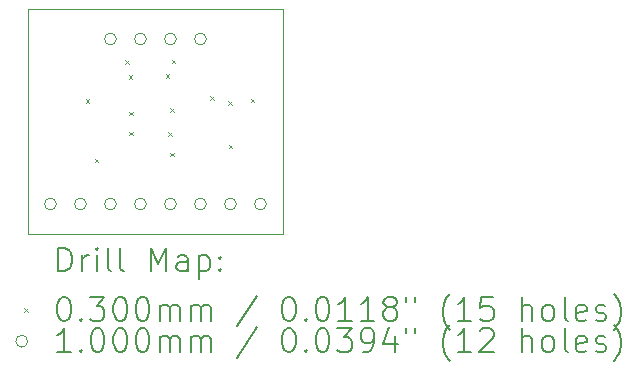
<source format=gbr>
%TF.GenerationSoftware,KiCad,Pcbnew,8.0.5*%
%TF.CreationDate,2024-12-14T16:31:42-08:00*%
%TF.ProjectId,ADS8684 Breakout Board,41445338-3638-4342-9042-7265616b6f75,rev?*%
%TF.SameCoordinates,Original*%
%TF.FileFunction,Drillmap*%
%TF.FilePolarity,Positive*%
%FSLAX45Y45*%
G04 Gerber Fmt 4.5, Leading zero omitted, Abs format (unit mm)*
G04 Created by KiCad (PCBNEW 8.0.5) date 2024-12-14 16:31:42*
%MOMM*%
%LPD*%
G01*
G04 APERTURE LIST*
%ADD10C,0.050000*%
%ADD11C,0.200000*%
%ADD12C,0.100000*%
G04 APERTURE END LIST*
D10*
X2540000Y-2540000D02*
X4699000Y-2540000D01*
X4699000Y-4445000D01*
X2540000Y-4445000D01*
X2540000Y-2540000D01*
D11*
D12*
X3031000Y-3303250D02*
X3061000Y-3333250D01*
X3061000Y-3303250D02*
X3031000Y-3333250D01*
X3105000Y-3806000D02*
X3135000Y-3836000D01*
X3135000Y-3806000D02*
X3105000Y-3836000D01*
X3365000Y-2973250D02*
X3395000Y-3003250D01*
X3395000Y-2973250D02*
X3365000Y-3003250D01*
X3392081Y-3100211D02*
X3422081Y-3130211D01*
X3422081Y-3100211D02*
X3392081Y-3130211D01*
X3397000Y-3407000D02*
X3427000Y-3437000D01*
X3427000Y-3407000D02*
X3397000Y-3437000D01*
X3400000Y-3580000D02*
X3430000Y-3610000D01*
X3430000Y-3580000D02*
X3400000Y-3610000D01*
X3708000Y-3092250D02*
X3738000Y-3122250D01*
X3738000Y-3092250D02*
X3708000Y-3122250D01*
X3726800Y-3581663D02*
X3756800Y-3611663D01*
X3756800Y-3581663D02*
X3726800Y-3611663D01*
X3743000Y-3756000D02*
X3773000Y-3786000D01*
X3773000Y-3756000D02*
X3743000Y-3786000D01*
X3746603Y-3381250D02*
X3776603Y-3411250D01*
X3776603Y-3381250D02*
X3746603Y-3411250D01*
X3759000Y-2969250D02*
X3789000Y-2999250D01*
X3789000Y-2969250D02*
X3759000Y-2999250D01*
X4083000Y-3276250D02*
X4113000Y-3306250D01*
X4113000Y-3276250D02*
X4083000Y-3306250D01*
X4238000Y-3320250D02*
X4268000Y-3350250D01*
X4268000Y-3320250D02*
X4238000Y-3350250D01*
X4239000Y-3688250D02*
X4269000Y-3718250D01*
X4269000Y-3688250D02*
X4239000Y-3718250D01*
X4425000Y-3299250D02*
X4455000Y-3329250D01*
X4455000Y-3299250D02*
X4425000Y-3329250D01*
X2780500Y-4191000D02*
G75*
G02*
X2680500Y-4191000I-50000J0D01*
G01*
X2680500Y-4191000D02*
G75*
G02*
X2780500Y-4191000I50000J0D01*
G01*
X3034500Y-4191000D02*
G75*
G02*
X2934500Y-4191000I-50000J0D01*
G01*
X2934500Y-4191000D02*
G75*
G02*
X3034500Y-4191000I50000J0D01*
G01*
X3288500Y-2794000D02*
G75*
G02*
X3188500Y-2794000I-50000J0D01*
G01*
X3188500Y-2794000D02*
G75*
G02*
X3288500Y-2794000I50000J0D01*
G01*
X3288500Y-4191000D02*
G75*
G02*
X3188500Y-4191000I-50000J0D01*
G01*
X3188500Y-4191000D02*
G75*
G02*
X3288500Y-4191000I50000J0D01*
G01*
X3542500Y-2794000D02*
G75*
G02*
X3442500Y-2794000I-50000J0D01*
G01*
X3442500Y-2794000D02*
G75*
G02*
X3542500Y-2794000I50000J0D01*
G01*
X3542500Y-4191000D02*
G75*
G02*
X3442500Y-4191000I-50000J0D01*
G01*
X3442500Y-4191000D02*
G75*
G02*
X3542500Y-4191000I50000J0D01*
G01*
X3796500Y-2794000D02*
G75*
G02*
X3696500Y-2794000I-50000J0D01*
G01*
X3696500Y-2794000D02*
G75*
G02*
X3796500Y-2794000I50000J0D01*
G01*
X3796500Y-4191000D02*
G75*
G02*
X3696500Y-4191000I-50000J0D01*
G01*
X3696500Y-4191000D02*
G75*
G02*
X3796500Y-4191000I50000J0D01*
G01*
X4050500Y-2794000D02*
G75*
G02*
X3950500Y-2794000I-50000J0D01*
G01*
X3950500Y-2794000D02*
G75*
G02*
X4050500Y-2794000I50000J0D01*
G01*
X4050500Y-4191000D02*
G75*
G02*
X3950500Y-4191000I-50000J0D01*
G01*
X3950500Y-4191000D02*
G75*
G02*
X4050500Y-4191000I50000J0D01*
G01*
X4304500Y-4191000D02*
G75*
G02*
X4204500Y-4191000I-50000J0D01*
G01*
X4204500Y-4191000D02*
G75*
G02*
X4304500Y-4191000I50000J0D01*
G01*
X4558500Y-4191000D02*
G75*
G02*
X4458500Y-4191000I-50000J0D01*
G01*
X4458500Y-4191000D02*
G75*
G02*
X4558500Y-4191000I50000J0D01*
G01*
D11*
X2798277Y-4758984D02*
X2798277Y-4558984D01*
X2798277Y-4558984D02*
X2845896Y-4558984D01*
X2845896Y-4558984D02*
X2874467Y-4568508D01*
X2874467Y-4568508D02*
X2893515Y-4587555D01*
X2893515Y-4587555D02*
X2903039Y-4606603D01*
X2903039Y-4606603D02*
X2912562Y-4644698D01*
X2912562Y-4644698D02*
X2912562Y-4673270D01*
X2912562Y-4673270D02*
X2903039Y-4711365D01*
X2903039Y-4711365D02*
X2893515Y-4730412D01*
X2893515Y-4730412D02*
X2874467Y-4749460D01*
X2874467Y-4749460D02*
X2845896Y-4758984D01*
X2845896Y-4758984D02*
X2798277Y-4758984D01*
X2998277Y-4758984D02*
X2998277Y-4625650D01*
X2998277Y-4663746D02*
X3007801Y-4644698D01*
X3007801Y-4644698D02*
X3017324Y-4635174D01*
X3017324Y-4635174D02*
X3036372Y-4625650D01*
X3036372Y-4625650D02*
X3055420Y-4625650D01*
X3122086Y-4758984D02*
X3122086Y-4625650D01*
X3122086Y-4558984D02*
X3112562Y-4568508D01*
X3112562Y-4568508D02*
X3122086Y-4578031D01*
X3122086Y-4578031D02*
X3131610Y-4568508D01*
X3131610Y-4568508D02*
X3122086Y-4558984D01*
X3122086Y-4558984D02*
X3122086Y-4578031D01*
X3245896Y-4758984D02*
X3226848Y-4749460D01*
X3226848Y-4749460D02*
X3217324Y-4730412D01*
X3217324Y-4730412D02*
X3217324Y-4558984D01*
X3350658Y-4758984D02*
X3331610Y-4749460D01*
X3331610Y-4749460D02*
X3322086Y-4730412D01*
X3322086Y-4730412D02*
X3322086Y-4558984D01*
X3579229Y-4758984D02*
X3579229Y-4558984D01*
X3579229Y-4558984D02*
X3645896Y-4701841D01*
X3645896Y-4701841D02*
X3712562Y-4558984D01*
X3712562Y-4558984D02*
X3712562Y-4758984D01*
X3893515Y-4758984D02*
X3893515Y-4654222D01*
X3893515Y-4654222D02*
X3883991Y-4635174D01*
X3883991Y-4635174D02*
X3864943Y-4625650D01*
X3864943Y-4625650D02*
X3826848Y-4625650D01*
X3826848Y-4625650D02*
X3807801Y-4635174D01*
X3893515Y-4749460D02*
X3874467Y-4758984D01*
X3874467Y-4758984D02*
X3826848Y-4758984D01*
X3826848Y-4758984D02*
X3807801Y-4749460D01*
X3807801Y-4749460D02*
X3798277Y-4730412D01*
X3798277Y-4730412D02*
X3798277Y-4711365D01*
X3798277Y-4711365D02*
X3807801Y-4692317D01*
X3807801Y-4692317D02*
X3826848Y-4682793D01*
X3826848Y-4682793D02*
X3874467Y-4682793D01*
X3874467Y-4682793D02*
X3893515Y-4673270D01*
X3988753Y-4625650D02*
X3988753Y-4825650D01*
X3988753Y-4635174D02*
X4007801Y-4625650D01*
X4007801Y-4625650D02*
X4045896Y-4625650D01*
X4045896Y-4625650D02*
X4064943Y-4635174D01*
X4064943Y-4635174D02*
X4074467Y-4644698D01*
X4074467Y-4644698D02*
X4083991Y-4663746D01*
X4083991Y-4663746D02*
X4083991Y-4720889D01*
X4083991Y-4720889D02*
X4074467Y-4739936D01*
X4074467Y-4739936D02*
X4064943Y-4749460D01*
X4064943Y-4749460D02*
X4045896Y-4758984D01*
X4045896Y-4758984D02*
X4007801Y-4758984D01*
X4007801Y-4758984D02*
X3988753Y-4749460D01*
X4169705Y-4739936D02*
X4179229Y-4749460D01*
X4179229Y-4749460D02*
X4169705Y-4758984D01*
X4169705Y-4758984D02*
X4160182Y-4749460D01*
X4160182Y-4749460D02*
X4169705Y-4739936D01*
X4169705Y-4739936D02*
X4169705Y-4758984D01*
X4169705Y-4635174D02*
X4179229Y-4644698D01*
X4179229Y-4644698D02*
X4169705Y-4654222D01*
X4169705Y-4654222D02*
X4160182Y-4644698D01*
X4160182Y-4644698D02*
X4169705Y-4635174D01*
X4169705Y-4635174D02*
X4169705Y-4654222D01*
D12*
X2507500Y-5072500D02*
X2537500Y-5102500D01*
X2537500Y-5072500D02*
X2507500Y-5102500D01*
D11*
X2836372Y-4978984D02*
X2855420Y-4978984D01*
X2855420Y-4978984D02*
X2874467Y-4988508D01*
X2874467Y-4988508D02*
X2883991Y-4998031D01*
X2883991Y-4998031D02*
X2893515Y-5017079D01*
X2893515Y-5017079D02*
X2903039Y-5055174D01*
X2903039Y-5055174D02*
X2903039Y-5102793D01*
X2903039Y-5102793D02*
X2893515Y-5140889D01*
X2893515Y-5140889D02*
X2883991Y-5159936D01*
X2883991Y-5159936D02*
X2874467Y-5169460D01*
X2874467Y-5169460D02*
X2855420Y-5178984D01*
X2855420Y-5178984D02*
X2836372Y-5178984D01*
X2836372Y-5178984D02*
X2817324Y-5169460D01*
X2817324Y-5169460D02*
X2807801Y-5159936D01*
X2807801Y-5159936D02*
X2798277Y-5140889D01*
X2798277Y-5140889D02*
X2788753Y-5102793D01*
X2788753Y-5102793D02*
X2788753Y-5055174D01*
X2788753Y-5055174D02*
X2798277Y-5017079D01*
X2798277Y-5017079D02*
X2807801Y-4998031D01*
X2807801Y-4998031D02*
X2817324Y-4988508D01*
X2817324Y-4988508D02*
X2836372Y-4978984D01*
X2988753Y-5159936D02*
X2998277Y-5169460D01*
X2998277Y-5169460D02*
X2988753Y-5178984D01*
X2988753Y-5178984D02*
X2979229Y-5169460D01*
X2979229Y-5169460D02*
X2988753Y-5159936D01*
X2988753Y-5159936D02*
X2988753Y-5178984D01*
X3064943Y-4978984D02*
X3188753Y-4978984D01*
X3188753Y-4978984D02*
X3122086Y-5055174D01*
X3122086Y-5055174D02*
X3150658Y-5055174D01*
X3150658Y-5055174D02*
X3169705Y-5064698D01*
X3169705Y-5064698D02*
X3179229Y-5074222D01*
X3179229Y-5074222D02*
X3188753Y-5093270D01*
X3188753Y-5093270D02*
X3188753Y-5140889D01*
X3188753Y-5140889D02*
X3179229Y-5159936D01*
X3179229Y-5159936D02*
X3169705Y-5169460D01*
X3169705Y-5169460D02*
X3150658Y-5178984D01*
X3150658Y-5178984D02*
X3093515Y-5178984D01*
X3093515Y-5178984D02*
X3074467Y-5169460D01*
X3074467Y-5169460D02*
X3064943Y-5159936D01*
X3312562Y-4978984D02*
X3331610Y-4978984D01*
X3331610Y-4978984D02*
X3350658Y-4988508D01*
X3350658Y-4988508D02*
X3360182Y-4998031D01*
X3360182Y-4998031D02*
X3369705Y-5017079D01*
X3369705Y-5017079D02*
X3379229Y-5055174D01*
X3379229Y-5055174D02*
X3379229Y-5102793D01*
X3379229Y-5102793D02*
X3369705Y-5140889D01*
X3369705Y-5140889D02*
X3360182Y-5159936D01*
X3360182Y-5159936D02*
X3350658Y-5169460D01*
X3350658Y-5169460D02*
X3331610Y-5178984D01*
X3331610Y-5178984D02*
X3312562Y-5178984D01*
X3312562Y-5178984D02*
X3293515Y-5169460D01*
X3293515Y-5169460D02*
X3283991Y-5159936D01*
X3283991Y-5159936D02*
X3274467Y-5140889D01*
X3274467Y-5140889D02*
X3264943Y-5102793D01*
X3264943Y-5102793D02*
X3264943Y-5055174D01*
X3264943Y-5055174D02*
X3274467Y-5017079D01*
X3274467Y-5017079D02*
X3283991Y-4998031D01*
X3283991Y-4998031D02*
X3293515Y-4988508D01*
X3293515Y-4988508D02*
X3312562Y-4978984D01*
X3503039Y-4978984D02*
X3522086Y-4978984D01*
X3522086Y-4978984D02*
X3541134Y-4988508D01*
X3541134Y-4988508D02*
X3550658Y-4998031D01*
X3550658Y-4998031D02*
X3560182Y-5017079D01*
X3560182Y-5017079D02*
X3569705Y-5055174D01*
X3569705Y-5055174D02*
X3569705Y-5102793D01*
X3569705Y-5102793D02*
X3560182Y-5140889D01*
X3560182Y-5140889D02*
X3550658Y-5159936D01*
X3550658Y-5159936D02*
X3541134Y-5169460D01*
X3541134Y-5169460D02*
X3522086Y-5178984D01*
X3522086Y-5178984D02*
X3503039Y-5178984D01*
X3503039Y-5178984D02*
X3483991Y-5169460D01*
X3483991Y-5169460D02*
X3474467Y-5159936D01*
X3474467Y-5159936D02*
X3464943Y-5140889D01*
X3464943Y-5140889D02*
X3455420Y-5102793D01*
X3455420Y-5102793D02*
X3455420Y-5055174D01*
X3455420Y-5055174D02*
X3464943Y-5017079D01*
X3464943Y-5017079D02*
X3474467Y-4998031D01*
X3474467Y-4998031D02*
X3483991Y-4988508D01*
X3483991Y-4988508D02*
X3503039Y-4978984D01*
X3655420Y-5178984D02*
X3655420Y-5045650D01*
X3655420Y-5064698D02*
X3664943Y-5055174D01*
X3664943Y-5055174D02*
X3683991Y-5045650D01*
X3683991Y-5045650D02*
X3712563Y-5045650D01*
X3712563Y-5045650D02*
X3731610Y-5055174D01*
X3731610Y-5055174D02*
X3741134Y-5074222D01*
X3741134Y-5074222D02*
X3741134Y-5178984D01*
X3741134Y-5074222D02*
X3750658Y-5055174D01*
X3750658Y-5055174D02*
X3769705Y-5045650D01*
X3769705Y-5045650D02*
X3798277Y-5045650D01*
X3798277Y-5045650D02*
X3817324Y-5055174D01*
X3817324Y-5055174D02*
X3826848Y-5074222D01*
X3826848Y-5074222D02*
X3826848Y-5178984D01*
X3922086Y-5178984D02*
X3922086Y-5045650D01*
X3922086Y-5064698D02*
X3931610Y-5055174D01*
X3931610Y-5055174D02*
X3950658Y-5045650D01*
X3950658Y-5045650D02*
X3979229Y-5045650D01*
X3979229Y-5045650D02*
X3998277Y-5055174D01*
X3998277Y-5055174D02*
X4007801Y-5074222D01*
X4007801Y-5074222D02*
X4007801Y-5178984D01*
X4007801Y-5074222D02*
X4017324Y-5055174D01*
X4017324Y-5055174D02*
X4036372Y-5045650D01*
X4036372Y-5045650D02*
X4064943Y-5045650D01*
X4064943Y-5045650D02*
X4083991Y-5055174D01*
X4083991Y-5055174D02*
X4093515Y-5074222D01*
X4093515Y-5074222D02*
X4093515Y-5178984D01*
X4483991Y-4969460D02*
X4312563Y-5226603D01*
X4741134Y-4978984D02*
X4760182Y-4978984D01*
X4760182Y-4978984D02*
X4779229Y-4988508D01*
X4779229Y-4988508D02*
X4788753Y-4998031D01*
X4788753Y-4998031D02*
X4798277Y-5017079D01*
X4798277Y-5017079D02*
X4807801Y-5055174D01*
X4807801Y-5055174D02*
X4807801Y-5102793D01*
X4807801Y-5102793D02*
X4798277Y-5140889D01*
X4798277Y-5140889D02*
X4788753Y-5159936D01*
X4788753Y-5159936D02*
X4779229Y-5169460D01*
X4779229Y-5169460D02*
X4760182Y-5178984D01*
X4760182Y-5178984D02*
X4741134Y-5178984D01*
X4741134Y-5178984D02*
X4722087Y-5169460D01*
X4722087Y-5169460D02*
X4712563Y-5159936D01*
X4712563Y-5159936D02*
X4703039Y-5140889D01*
X4703039Y-5140889D02*
X4693515Y-5102793D01*
X4693515Y-5102793D02*
X4693515Y-5055174D01*
X4693515Y-5055174D02*
X4703039Y-5017079D01*
X4703039Y-5017079D02*
X4712563Y-4998031D01*
X4712563Y-4998031D02*
X4722087Y-4988508D01*
X4722087Y-4988508D02*
X4741134Y-4978984D01*
X4893515Y-5159936D02*
X4903039Y-5169460D01*
X4903039Y-5169460D02*
X4893515Y-5178984D01*
X4893515Y-5178984D02*
X4883991Y-5169460D01*
X4883991Y-5169460D02*
X4893515Y-5159936D01*
X4893515Y-5159936D02*
X4893515Y-5178984D01*
X5026848Y-4978984D02*
X5045896Y-4978984D01*
X5045896Y-4978984D02*
X5064944Y-4988508D01*
X5064944Y-4988508D02*
X5074468Y-4998031D01*
X5074468Y-4998031D02*
X5083991Y-5017079D01*
X5083991Y-5017079D02*
X5093515Y-5055174D01*
X5093515Y-5055174D02*
X5093515Y-5102793D01*
X5093515Y-5102793D02*
X5083991Y-5140889D01*
X5083991Y-5140889D02*
X5074468Y-5159936D01*
X5074468Y-5159936D02*
X5064944Y-5169460D01*
X5064944Y-5169460D02*
X5045896Y-5178984D01*
X5045896Y-5178984D02*
X5026848Y-5178984D01*
X5026848Y-5178984D02*
X5007801Y-5169460D01*
X5007801Y-5169460D02*
X4998277Y-5159936D01*
X4998277Y-5159936D02*
X4988753Y-5140889D01*
X4988753Y-5140889D02*
X4979229Y-5102793D01*
X4979229Y-5102793D02*
X4979229Y-5055174D01*
X4979229Y-5055174D02*
X4988753Y-5017079D01*
X4988753Y-5017079D02*
X4998277Y-4998031D01*
X4998277Y-4998031D02*
X5007801Y-4988508D01*
X5007801Y-4988508D02*
X5026848Y-4978984D01*
X5283991Y-5178984D02*
X5169706Y-5178984D01*
X5226848Y-5178984D02*
X5226848Y-4978984D01*
X5226848Y-4978984D02*
X5207801Y-5007555D01*
X5207801Y-5007555D02*
X5188753Y-5026603D01*
X5188753Y-5026603D02*
X5169706Y-5036127D01*
X5474468Y-5178984D02*
X5360182Y-5178984D01*
X5417325Y-5178984D02*
X5417325Y-4978984D01*
X5417325Y-4978984D02*
X5398277Y-5007555D01*
X5398277Y-5007555D02*
X5379229Y-5026603D01*
X5379229Y-5026603D02*
X5360182Y-5036127D01*
X5588753Y-5064698D02*
X5569706Y-5055174D01*
X5569706Y-5055174D02*
X5560182Y-5045650D01*
X5560182Y-5045650D02*
X5550658Y-5026603D01*
X5550658Y-5026603D02*
X5550658Y-5017079D01*
X5550658Y-5017079D02*
X5560182Y-4998031D01*
X5560182Y-4998031D02*
X5569706Y-4988508D01*
X5569706Y-4988508D02*
X5588753Y-4978984D01*
X5588753Y-4978984D02*
X5626848Y-4978984D01*
X5626848Y-4978984D02*
X5645896Y-4988508D01*
X5645896Y-4988508D02*
X5655420Y-4998031D01*
X5655420Y-4998031D02*
X5664944Y-5017079D01*
X5664944Y-5017079D02*
X5664944Y-5026603D01*
X5664944Y-5026603D02*
X5655420Y-5045650D01*
X5655420Y-5045650D02*
X5645896Y-5055174D01*
X5645896Y-5055174D02*
X5626848Y-5064698D01*
X5626848Y-5064698D02*
X5588753Y-5064698D01*
X5588753Y-5064698D02*
X5569706Y-5074222D01*
X5569706Y-5074222D02*
X5560182Y-5083746D01*
X5560182Y-5083746D02*
X5550658Y-5102793D01*
X5550658Y-5102793D02*
X5550658Y-5140889D01*
X5550658Y-5140889D02*
X5560182Y-5159936D01*
X5560182Y-5159936D02*
X5569706Y-5169460D01*
X5569706Y-5169460D02*
X5588753Y-5178984D01*
X5588753Y-5178984D02*
X5626848Y-5178984D01*
X5626848Y-5178984D02*
X5645896Y-5169460D01*
X5645896Y-5169460D02*
X5655420Y-5159936D01*
X5655420Y-5159936D02*
X5664944Y-5140889D01*
X5664944Y-5140889D02*
X5664944Y-5102793D01*
X5664944Y-5102793D02*
X5655420Y-5083746D01*
X5655420Y-5083746D02*
X5645896Y-5074222D01*
X5645896Y-5074222D02*
X5626848Y-5064698D01*
X5741134Y-4978984D02*
X5741134Y-5017079D01*
X5817325Y-4978984D02*
X5817325Y-5017079D01*
X6112563Y-5255174D02*
X6103039Y-5245650D01*
X6103039Y-5245650D02*
X6083991Y-5217079D01*
X6083991Y-5217079D02*
X6074468Y-5198031D01*
X6074468Y-5198031D02*
X6064944Y-5169460D01*
X6064944Y-5169460D02*
X6055420Y-5121841D01*
X6055420Y-5121841D02*
X6055420Y-5083746D01*
X6055420Y-5083746D02*
X6064944Y-5036127D01*
X6064944Y-5036127D02*
X6074468Y-5007555D01*
X6074468Y-5007555D02*
X6083991Y-4988508D01*
X6083991Y-4988508D02*
X6103039Y-4959936D01*
X6103039Y-4959936D02*
X6112563Y-4950412D01*
X6293515Y-5178984D02*
X6179229Y-5178984D01*
X6236372Y-5178984D02*
X6236372Y-4978984D01*
X6236372Y-4978984D02*
X6217325Y-5007555D01*
X6217325Y-5007555D02*
X6198277Y-5026603D01*
X6198277Y-5026603D02*
X6179229Y-5036127D01*
X6474468Y-4978984D02*
X6379229Y-4978984D01*
X6379229Y-4978984D02*
X6369706Y-5074222D01*
X6369706Y-5074222D02*
X6379229Y-5064698D01*
X6379229Y-5064698D02*
X6398277Y-5055174D01*
X6398277Y-5055174D02*
X6445896Y-5055174D01*
X6445896Y-5055174D02*
X6464944Y-5064698D01*
X6464944Y-5064698D02*
X6474468Y-5074222D01*
X6474468Y-5074222D02*
X6483991Y-5093270D01*
X6483991Y-5093270D02*
X6483991Y-5140889D01*
X6483991Y-5140889D02*
X6474468Y-5159936D01*
X6474468Y-5159936D02*
X6464944Y-5169460D01*
X6464944Y-5169460D02*
X6445896Y-5178984D01*
X6445896Y-5178984D02*
X6398277Y-5178984D01*
X6398277Y-5178984D02*
X6379229Y-5169460D01*
X6379229Y-5169460D02*
X6369706Y-5159936D01*
X6722087Y-5178984D02*
X6722087Y-4978984D01*
X6807801Y-5178984D02*
X6807801Y-5074222D01*
X6807801Y-5074222D02*
X6798277Y-5055174D01*
X6798277Y-5055174D02*
X6779230Y-5045650D01*
X6779230Y-5045650D02*
X6750658Y-5045650D01*
X6750658Y-5045650D02*
X6731610Y-5055174D01*
X6731610Y-5055174D02*
X6722087Y-5064698D01*
X6931610Y-5178984D02*
X6912563Y-5169460D01*
X6912563Y-5169460D02*
X6903039Y-5159936D01*
X6903039Y-5159936D02*
X6893515Y-5140889D01*
X6893515Y-5140889D02*
X6893515Y-5083746D01*
X6893515Y-5083746D02*
X6903039Y-5064698D01*
X6903039Y-5064698D02*
X6912563Y-5055174D01*
X6912563Y-5055174D02*
X6931610Y-5045650D01*
X6931610Y-5045650D02*
X6960182Y-5045650D01*
X6960182Y-5045650D02*
X6979230Y-5055174D01*
X6979230Y-5055174D02*
X6988753Y-5064698D01*
X6988753Y-5064698D02*
X6998277Y-5083746D01*
X6998277Y-5083746D02*
X6998277Y-5140889D01*
X6998277Y-5140889D02*
X6988753Y-5159936D01*
X6988753Y-5159936D02*
X6979230Y-5169460D01*
X6979230Y-5169460D02*
X6960182Y-5178984D01*
X6960182Y-5178984D02*
X6931610Y-5178984D01*
X7112563Y-5178984D02*
X7093515Y-5169460D01*
X7093515Y-5169460D02*
X7083991Y-5150412D01*
X7083991Y-5150412D02*
X7083991Y-4978984D01*
X7264944Y-5169460D02*
X7245896Y-5178984D01*
X7245896Y-5178984D02*
X7207801Y-5178984D01*
X7207801Y-5178984D02*
X7188753Y-5169460D01*
X7188753Y-5169460D02*
X7179230Y-5150412D01*
X7179230Y-5150412D02*
X7179230Y-5074222D01*
X7179230Y-5074222D02*
X7188753Y-5055174D01*
X7188753Y-5055174D02*
X7207801Y-5045650D01*
X7207801Y-5045650D02*
X7245896Y-5045650D01*
X7245896Y-5045650D02*
X7264944Y-5055174D01*
X7264944Y-5055174D02*
X7274468Y-5074222D01*
X7274468Y-5074222D02*
X7274468Y-5093270D01*
X7274468Y-5093270D02*
X7179230Y-5112317D01*
X7350658Y-5169460D02*
X7369706Y-5178984D01*
X7369706Y-5178984D02*
X7407801Y-5178984D01*
X7407801Y-5178984D02*
X7426849Y-5169460D01*
X7426849Y-5169460D02*
X7436372Y-5150412D01*
X7436372Y-5150412D02*
X7436372Y-5140889D01*
X7436372Y-5140889D02*
X7426849Y-5121841D01*
X7426849Y-5121841D02*
X7407801Y-5112317D01*
X7407801Y-5112317D02*
X7379230Y-5112317D01*
X7379230Y-5112317D02*
X7360182Y-5102793D01*
X7360182Y-5102793D02*
X7350658Y-5083746D01*
X7350658Y-5083746D02*
X7350658Y-5074222D01*
X7350658Y-5074222D02*
X7360182Y-5055174D01*
X7360182Y-5055174D02*
X7379230Y-5045650D01*
X7379230Y-5045650D02*
X7407801Y-5045650D01*
X7407801Y-5045650D02*
X7426849Y-5055174D01*
X7503039Y-5255174D02*
X7512563Y-5245650D01*
X7512563Y-5245650D02*
X7531611Y-5217079D01*
X7531611Y-5217079D02*
X7541134Y-5198031D01*
X7541134Y-5198031D02*
X7550658Y-5169460D01*
X7550658Y-5169460D02*
X7560182Y-5121841D01*
X7560182Y-5121841D02*
X7560182Y-5083746D01*
X7560182Y-5083746D02*
X7550658Y-5036127D01*
X7550658Y-5036127D02*
X7541134Y-5007555D01*
X7541134Y-5007555D02*
X7531611Y-4988508D01*
X7531611Y-4988508D02*
X7512563Y-4959936D01*
X7512563Y-4959936D02*
X7503039Y-4950412D01*
D12*
X2537500Y-5351500D02*
G75*
G02*
X2437500Y-5351500I-50000J0D01*
G01*
X2437500Y-5351500D02*
G75*
G02*
X2537500Y-5351500I50000J0D01*
G01*
D11*
X2903039Y-5442984D02*
X2788753Y-5442984D01*
X2845896Y-5442984D02*
X2845896Y-5242984D01*
X2845896Y-5242984D02*
X2826848Y-5271555D01*
X2826848Y-5271555D02*
X2807801Y-5290603D01*
X2807801Y-5290603D02*
X2788753Y-5300127D01*
X2988753Y-5423936D02*
X2998277Y-5433460D01*
X2998277Y-5433460D02*
X2988753Y-5442984D01*
X2988753Y-5442984D02*
X2979229Y-5433460D01*
X2979229Y-5433460D02*
X2988753Y-5423936D01*
X2988753Y-5423936D02*
X2988753Y-5442984D01*
X3122086Y-5242984D02*
X3141134Y-5242984D01*
X3141134Y-5242984D02*
X3160182Y-5252508D01*
X3160182Y-5252508D02*
X3169705Y-5262031D01*
X3169705Y-5262031D02*
X3179229Y-5281079D01*
X3179229Y-5281079D02*
X3188753Y-5319174D01*
X3188753Y-5319174D02*
X3188753Y-5366793D01*
X3188753Y-5366793D02*
X3179229Y-5404889D01*
X3179229Y-5404889D02*
X3169705Y-5423936D01*
X3169705Y-5423936D02*
X3160182Y-5433460D01*
X3160182Y-5433460D02*
X3141134Y-5442984D01*
X3141134Y-5442984D02*
X3122086Y-5442984D01*
X3122086Y-5442984D02*
X3103039Y-5433460D01*
X3103039Y-5433460D02*
X3093515Y-5423936D01*
X3093515Y-5423936D02*
X3083991Y-5404889D01*
X3083991Y-5404889D02*
X3074467Y-5366793D01*
X3074467Y-5366793D02*
X3074467Y-5319174D01*
X3074467Y-5319174D02*
X3083991Y-5281079D01*
X3083991Y-5281079D02*
X3093515Y-5262031D01*
X3093515Y-5262031D02*
X3103039Y-5252508D01*
X3103039Y-5252508D02*
X3122086Y-5242984D01*
X3312562Y-5242984D02*
X3331610Y-5242984D01*
X3331610Y-5242984D02*
X3350658Y-5252508D01*
X3350658Y-5252508D02*
X3360182Y-5262031D01*
X3360182Y-5262031D02*
X3369705Y-5281079D01*
X3369705Y-5281079D02*
X3379229Y-5319174D01*
X3379229Y-5319174D02*
X3379229Y-5366793D01*
X3379229Y-5366793D02*
X3369705Y-5404889D01*
X3369705Y-5404889D02*
X3360182Y-5423936D01*
X3360182Y-5423936D02*
X3350658Y-5433460D01*
X3350658Y-5433460D02*
X3331610Y-5442984D01*
X3331610Y-5442984D02*
X3312562Y-5442984D01*
X3312562Y-5442984D02*
X3293515Y-5433460D01*
X3293515Y-5433460D02*
X3283991Y-5423936D01*
X3283991Y-5423936D02*
X3274467Y-5404889D01*
X3274467Y-5404889D02*
X3264943Y-5366793D01*
X3264943Y-5366793D02*
X3264943Y-5319174D01*
X3264943Y-5319174D02*
X3274467Y-5281079D01*
X3274467Y-5281079D02*
X3283991Y-5262031D01*
X3283991Y-5262031D02*
X3293515Y-5252508D01*
X3293515Y-5252508D02*
X3312562Y-5242984D01*
X3503039Y-5242984D02*
X3522086Y-5242984D01*
X3522086Y-5242984D02*
X3541134Y-5252508D01*
X3541134Y-5252508D02*
X3550658Y-5262031D01*
X3550658Y-5262031D02*
X3560182Y-5281079D01*
X3560182Y-5281079D02*
X3569705Y-5319174D01*
X3569705Y-5319174D02*
X3569705Y-5366793D01*
X3569705Y-5366793D02*
X3560182Y-5404889D01*
X3560182Y-5404889D02*
X3550658Y-5423936D01*
X3550658Y-5423936D02*
X3541134Y-5433460D01*
X3541134Y-5433460D02*
X3522086Y-5442984D01*
X3522086Y-5442984D02*
X3503039Y-5442984D01*
X3503039Y-5442984D02*
X3483991Y-5433460D01*
X3483991Y-5433460D02*
X3474467Y-5423936D01*
X3474467Y-5423936D02*
X3464943Y-5404889D01*
X3464943Y-5404889D02*
X3455420Y-5366793D01*
X3455420Y-5366793D02*
X3455420Y-5319174D01*
X3455420Y-5319174D02*
X3464943Y-5281079D01*
X3464943Y-5281079D02*
X3474467Y-5262031D01*
X3474467Y-5262031D02*
X3483991Y-5252508D01*
X3483991Y-5252508D02*
X3503039Y-5242984D01*
X3655420Y-5442984D02*
X3655420Y-5309650D01*
X3655420Y-5328698D02*
X3664943Y-5319174D01*
X3664943Y-5319174D02*
X3683991Y-5309650D01*
X3683991Y-5309650D02*
X3712563Y-5309650D01*
X3712563Y-5309650D02*
X3731610Y-5319174D01*
X3731610Y-5319174D02*
X3741134Y-5338222D01*
X3741134Y-5338222D02*
X3741134Y-5442984D01*
X3741134Y-5338222D02*
X3750658Y-5319174D01*
X3750658Y-5319174D02*
X3769705Y-5309650D01*
X3769705Y-5309650D02*
X3798277Y-5309650D01*
X3798277Y-5309650D02*
X3817324Y-5319174D01*
X3817324Y-5319174D02*
X3826848Y-5338222D01*
X3826848Y-5338222D02*
X3826848Y-5442984D01*
X3922086Y-5442984D02*
X3922086Y-5309650D01*
X3922086Y-5328698D02*
X3931610Y-5319174D01*
X3931610Y-5319174D02*
X3950658Y-5309650D01*
X3950658Y-5309650D02*
X3979229Y-5309650D01*
X3979229Y-5309650D02*
X3998277Y-5319174D01*
X3998277Y-5319174D02*
X4007801Y-5338222D01*
X4007801Y-5338222D02*
X4007801Y-5442984D01*
X4007801Y-5338222D02*
X4017324Y-5319174D01*
X4017324Y-5319174D02*
X4036372Y-5309650D01*
X4036372Y-5309650D02*
X4064943Y-5309650D01*
X4064943Y-5309650D02*
X4083991Y-5319174D01*
X4083991Y-5319174D02*
X4093515Y-5338222D01*
X4093515Y-5338222D02*
X4093515Y-5442984D01*
X4483991Y-5233460D02*
X4312563Y-5490603D01*
X4741134Y-5242984D02*
X4760182Y-5242984D01*
X4760182Y-5242984D02*
X4779229Y-5252508D01*
X4779229Y-5252508D02*
X4788753Y-5262031D01*
X4788753Y-5262031D02*
X4798277Y-5281079D01*
X4798277Y-5281079D02*
X4807801Y-5319174D01*
X4807801Y-5319174D02*
X4807801Y-5366793D01*
X4807801Y-5366793D02*
X4798277Y-5404889D01*
X4798277Y-5404889D02*
X4788753Y-5423936D01*
X4788753Y-5423936D02*
X4779229Y-5433460D01*
X4779229Y-5433460D02*
X4760182Y-5442984D01*
X4760182Y-5442984D02*
X4741134Y-5442984D01*
X4741134Y-5442984D02*
X4722087Y-5433460D01*
X4722087Y-5433460D02*
X4712563Y-5423936D01*
X4712563Y-5423936D02*
X4703039Y-5404889D01*
X4703039Y-5404889D02*
X4693515Y-5366793D01*
X4693515Y-5366793D02*
X4693515Y-5319174D01*
X4693515Y-5319174D02*
X4703039Y-5281079D01*
X4703039Y-5281079D02*
X4712563Y-5262031D01*
X4712563Y-5262031D02*
X4722087Y-5252508D01*
X4722087Y-5252508D02*
X4741134Y-5242984D01*
X4893515Y-5423936D02*
X4903039Y-5433460D01*
X4903039Y-5433460D02*
X4893515Y-5442984D01*
X4893515Y-5442984D02*
X4883991Y-5433460D01*
X4883991Y-5433460D02*
X4893515Y-5423936D01*
X4893515Y-5423936D02*
X4893515Y-5442984D01*
X5026848Y-5242984D02*
X5045896Y-5242984D01*
X5045896Y-5242984D02*
X5064944Y-5252508D01*
X5064944Y-5252508D02*
X5074468Y-5262031D01*
X5074468Y-5262031D02*
X5083991Y-5281079D01*
X5083991Y-5281079D02*
X5093515Y-5319174D01*
X5093515Y-5319174D02*
X5093515Y-5366793D01*
X5093515Y-5366793D02*
X5083991Y-5404889D01*
X5083991Y-5404889D02*
X5074468Y-5423936D01*
X5074468Y-5423936D02*
X5064944Y-5433460D01*
X5064944Y-5433460D02*
X5045896Y-5442984D01*
X5045896Y-5442984D02*
X5026848Y-5442984D01*
X5026848Y-5442984D02*
X5007801Y-5433460D01*
X5007801Y-5433460D02*
X4998277Y-5423936D01*
X4998277Y-5423936D02*
X4988753Y-5404889D01*
X4988753Y-5404889D02*
X4979229Y-5366793D01*
X4979229Y-5366793D02*
X4979229Y-5319174D01*
X4979229Y-5319174D02*
X4988753Y-5281079D01*
X4988753Y-5281079D02*
X4998277Y-5262031D01*
X4998277Y-5262031D02*
X5007801Y-5252508D01*
X5007801Y-5252508D02*
X5026848Y-5242984D01*
X5160182Y-5242984D02*
X5283991Y-5242984D01*
X5283991Y-5242984D02*
X5217325Y-5319174D01*
X5217325Y-5319174D02*
X5245896Y-5319174D01*
X5245896Y-5319174D02*
X5264944Y-5328698D01*
X5264944Y-5328698D02*
X5274468Y-5338222D01*
X5274468Y-5338222D02*
X5283991Y-5357270D01*
X5283991Y-5357270D02*
X5283991Y-5404889D01*
X5283991Y-5404889D02*
X5274468Y-5423936D01*
X5274468Y-5423936D02*
X5264944Y-5433460D01*
X5264944Y-5433460D02*
X5245896Y-5442984D01*
X5245896Y-5442984D02*
X5188753Y-5442984D01*
X5188753Y-5442984D02*
X5169706Y-5433460D01*
X5169706Y-5433460D02*
X5160182Y-5423936D01*
X5379229Y-5442984D02*
X5417325Y-5442984D01*
X5417325Y-5442984D02*
X5436372Y-5433460D01*
X5436372Y-5433460D02*
X5445896Y-5423936D01*
X5445896Y-5423936D02*
X5464944Y-5395365D01*
X5464944Y-5395365D02*
X5474468Y-5357270D01*
X5474468Y-5357270D02*
X5474468Y-5281079D01*
X5474468Y-5281079D02*
X5464944Y-5262031D01*
X5464944Y-5262031D02*
X5455420Y-5252508D01*
X5455420Y-5252508D02*
X5436372Y-5242984D01*
X5436372Y-5242984D02*
X5398277Y-5242984D01*
X5398277Y-5242984D02*
X5379229Y-5252508D01*
X5379229Y-5252508D02*
X5369706Y-5262031D01*
X5369706Y-5262031D02*
X5360182Y-5281079D01*
X5360182Y-5281079D02*
X5360182Y-5328698D01*
X5360182Y-5328698D02*
X5369706Y-5347746D01*
X5369706Y-5347746D02*
X5379229Y-5357270D01*
X5379229Y-5357270D02*
X5398277Y-5366793D01*
X5398277Y-5366793D02*
X5436372Y-5366793D01*
X5436372Y-5366793D02*
X5455420Y-5357270D01*
X5455420Y-5357270D02*
X5464944Y-5347746D01*
X5464944Y-5347746D02*
X5474468Y-5328698D01*
X5645896Y-5309650D02*
X5645896Y-5442984D01*
X5598277Y-5233460D02*
X5550658Y-5376317D01*
X5550658Y-5376317D02*
X5674467Y-5376317D01*
X5741134Y-5242984D02*
X5741134Y-5281079D01*
X5817325Y-5242984D02*
X5817325Y-5281079D01*
X6112563Y-5519174D02*
X6103039Y-5509650D01*
X6103039Y-5509650D02*
X6083991Y-5481079D01*
X6083991Y-5481079D02*
X6074468Y-5462031D01*
X6074468Y-5462031D02*
X6064944Y-5433460D01*
X6064944Y-5433460D02*
X6055420Y-5385841D01*
X6055420Y-5385841D02*
X6055420Y-5347746D01*
X6055420Y-5347746D02*
X6064944Y-5300127D01*
X6064944Y-5300127D02*
X6074468Y-5271555D01*
X6074468Y-5271555D02*
X6083991Y-5252508D01*
X6083991Y-5252508D02*
X6103039Y-5223936D01*
X6103039Y-5223936D02*
X6112563Y-5214412D01*
X6293515Y-5442984D02*
X6179229Y-5442984D01*
X6236372Y-5442984D02*
X6236372Y-5242984D01*
X6236372Y-5242984D02*
X6217325Y-5271555D01*
X6217325Y-5271555D02*
X6198277Y-5290603D01*
X6198277Y-5290603D02*
X6179229Y-5300127D01*
X6369706Y-5262031D02*
X6379229Y-5252508D01*
X6379229Y-5252508D02*
X6398277Y-5242984D01*
X6398277Y-5242984D02*
X6445896Y-5242984D01*
X6445896Y-5242984D02*
X6464944Y-5252508D01*
X6464944Y-5252508D02*
X6474468Y-5262031D01*
X6474468Y-5262031D02*
X6483991Y-5281079D01*
X6483991Y-5281079D02*
X6483991Y-5300127D01*
X6483991Y-5300127D02*
X6474468Y-5328698D01*
X6474468Y-5328698D02*
X6360182Y-5442984D01*
X6360182Y-5442984D02*
X6483991Y-5442984D01*
X6722087Y-5442984D02*
X6722087Y-5242984D01*
X6807801Y-5442984D02*
X6807801Y-5338222D01*
X6807801Y-5338222D02*
X6798277Y-5319174D01*
X6798277Y-5319174D02*
X6779230Y-5309650D01*
X6779230Y-5309650D02*
X6750658Y-5309650D01*
X6750658Y-5309650D02*
X6731610Y-5319174D01*
X6731610Y-5319174D02*
X6722087Y-5328698D01*
X6931610Y-5442984D02*
X6912563Y-5433460D01*
X6912563Y-5433460D02*
X6903039Y-5423936D01*
X6903039Y-5423936D02*
X6893515Y-5404889D01*
X6893515Y-5404889D02*
X6893515Y-5347746D01*
X6893515Y-5347746D02*
X6903039Y-5328698D01*
X6903039Y-5328698D02*
X6912563Y-5319174D01*
X6912563Y-5319174D02*
X6931610Y-5309650D01*
X6931610Y-5309650D02*
X6960182Y-5309650D01*
X6960182Y-5309650D02*
X6979230Y-5319174D01*
X6979230Y-5319174D02*
X6988753Y-5328698D01*
X6988753Y-5328698D02*
X6998277Y-5347746D01*
X6998277Y-5347746D02*
X6998277Y-5404889D01*
X6998277Y-5404889D02*
X6988753Y-5423936D01*
X6988753Y-5423936D02*
X6979230Y-5433460D01*
X6979230Y-5433460D02*
X6960182Y-5442984D01*
X6960182Y-5442984D02*
X6931610Y-5442984D01*
X7112563Y-5442984D02*
X7093515Y-5433460D01*
X7093515Y-5433460D02*
X7083991Y-5414412D01*
X7083991Y-5414412D02*
X7083991Y-5242984D01*
X7264944Y-5433460D02*
X7245896Y-5442984D01*
X7245896Y-5442984D02*
X7207801Y-5442984D01*
X7207801Y-5442984D02*
X7188753Y-5433460D01*
X7188753Y-5433460D02*
X7179230Y-5414412D01*
X7179230Y-5414412D02*
X7179230Y-5338222D01*
X7179230Y-5338222D02*
X7188753Y-5319174D01*
X7188753Y-5319174D02*
X7207801Y-5309650D01*
X7207801Y-5309650D02*
X7245896Y-5309650D01*
X7245896Y-5309650D02*
X7264944Y-5319174D01*
X7264944Y-5319174D02*
X7274468Y-5338222D01*
X7274468Y-5338222D02*
X7274468Y-5357270D01*
X7274468Y-5357270D02*
X7179230Y-5376317D01*
X7350658Y-5433460D02*
X7369706Y-5442984D01*
X7369706Y-5442984D02*
X7407801Y-5442984D01*
X7407801Y-5442984D02*
X7426849Y-5433460D01*
X7426849Y-5433460D02*
X7436372Y-5414412D01*
X7436372Y-5414412D02*
X7436372Y-5404889D01*
X7436372Y-5404889D02*
X7426849Y-5385841D01*
X7426849Y-5385841D02*
X7407801Y-5376317D01*
X7407801Y-5376317D02*
X7379230Y-5376317D01*
X7379230Y-5376317D02*
X7360182Y-5366793D01*
X7360182Y-5366793D02*
X7350658Y-5347746D01*
X7350658Y-5347746D02*
X7350658Y-5338222D01*
X7350658Y-5338222D02*
X7360182Y-5319174D01*
X7360182Y-5319174D02*
X7379230Y-5309650D01*
X7379230Y-5309650D02*
X7407801Y-5309650D01*
X7407801Y-5309650D02*
X7426849Y-5319174D01*
X7503039Y-5519174D02*
X7512563Y-5509650D01*
X7512563Y-5509650D02*
X7531611Y-5481079D01*
X7531611Y-5481079D02*
X7541134Y-5462031D01*
X7541134Y-5462031D02*
X7550658Y-5433460D01*
X7550658Y-5433460D02*
X7560182Y-5385841D01*
X7560182Y-5385841D02*
X7560182Y-5347746D01*
X7560182Y-5347746D02*
X7550658Y-5300127D01*
X7550658Y-5300127D02*
X7541134Y-5271555D01*
X7541134Y-5271555D02*
X7531611Y-5252508D01*
X7531611Y-5252508D02*
X7512563Y-5223936D01*
X7512563Y-5223936D02*
X7503039Y-5214412D01*
M02*

</source>
